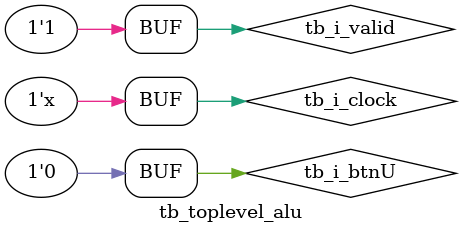
<source format=v>
`timescale 1ns/100ps

module tb_toplevel_alu();
//module tb_alu();


localparam NB_DATA_BUS  = 8;
localparam NB_DBG_LED   = 2;
localparam NB_OPCODE    = 6;

/**
    Descomentar las lineas comentadas para generar tb del modulo alu.
    Ademas, comentar la definicion del modulo tb_toplevel_alu().
**/
//reg [NB_DATA_BUS-1 : 0]       tb_i_first_operator;
//reg [NB_DATA_BUS-1 : 0]       tb_i_second_operator;
//reg [NB_OPCODE-1 : 0]         tb_i_opcode;
//reg [NB_DATA_BUS-1 : 0]       tb_o_result;


reg                             tb_i_clock;
reg                             tb_i_valid;
reg     [NB_DATA_BUS-1 : 0]     tb_i_switch;
reg                             tb_i_btnL;
reg                             tb_i_btnC;
reg                             tb_i_btnR;
reg                             tb_i_btnU;
reg     [NB_DATA_BUS-1 : 0]     tb_counter;         //contador utilizado para controlar case

wire    [NB_DATA_BUS-1 : 0]     tb_o_led;
wire    [NB_DBG_LED-1 : 0]      tb_o_led_dbg;

initial 
begin
    
    tb_i_clock  = 1'b0;
    tb_i_valid  = 1'b0;
    tb_i_switch = {NB_DATA_BUS{1'b0}};
    tb_i_btnL   = 1'b0;
    tb_i_btnC   = 1'b0;
    tb_i_btnR   = 1'b0;
    tb_i_btnU   = 1'b1;
    tb_counter  = {NB_DATA_BUS{1'b0}};
#11
    tb_i_btnU   = 1'b0;
    tb_i_valid  = 1'b1;
end

always #2 tb_i_clock = ~tb_i_clock;

always @ (posedge tb_i_clock)
begin

    tb_counter <= tb_counter + 1;
    tb_i_switch <= tb_i_switch;
    tb_i_btnL <= tb_i_btnL;
   tb_i_btnC <= tb_i_btnC;
    tb_i_btnR <= tb_i_btnR;

    case (tb_counter)

        //ADD
        10'D10:
        begin
            tb_i_switch <= 8'b10100000;
            tb_i_btnL   <= 1'b1;
        end
        10'd16:
        begin
            tb_i_switch <= 8'b00001010;
            tb_i_btnL   <= 1'b0;
            tb_i_btnC   <= 1'b1;
        end
        10'd18:
        begin
            tb_i_switch <= 8'b00100000;      //opcode
            tb_i_btnC   <= 1'b0;
            tb_i_btnR   <= 1'b1;
        end
        10'd22:
        begin
            tb_i_btnR   <= 1'b0;
        end
        
        //SUB
        10'd30:
        begin
            tb_i_switch <= 8'b01110000;
            tb_i_btnL   <= 1'b1;
        end
        10'd34:
        begin
            tb_i_switch <= 8'b00110000;
            tb_i_btnL   <= 1'b0;
            tb_i_btnC   <= 1'b1;
        end
        10'd38:
        begin
            tb_i_switch <= 8'b00100010;      //opcode
            tb_i_btnC   <= 1'b0;
            tb_i_btnR   <= 1'b1;
        end
        10'd42:
        begin
            tb_i_btnR   <= 1'b0;
        end
        
        //AND
        10'd50:
        begin
            tb_i_switch <= 8'b11001000;
            tb_i_btnL   <= 1'b1;
        end
        10'd54:
        begin
            tb_i_switch <= 8'b00110001;
            tb_i_btnL   <= 1'b0;            
            tb_i_btnC   <= 1'b1;
        end
        10'd58:
        begin
            tb_i_switch <= 8'b00100100;      //opcode
            tb_i_btnC   <= 1'b0;            
            tb_i_btnR   <= 1'b1;
        end
        10'd62:
        begin
            tb_i_btnR   <= 1'b0;  
        end
            
        //OR
        10'd70:
        begin
            tb_i_switch <= 8'b10110000;
            tb_i_btnL   <= 1'b1;
        end
        10'd74:
        begin
            tb_i_switch <= 8'b00001011;
            tb_i_btnL   <= 1'b0;            
            tb_i_btnC   <= 1'b1;
        end
        10'd78:
        begin
            tb_i_switch <= 8'b00100101;      //opcode
            tb_i_btnC   <= 1'b0;            
            tb_i_btnR   <= 1'b1;
        end
        10'd92:
        begin
            tb_i_btnR   <= 1'b0;
        end  
    
        //XOR
        10'd100:
        begin
            tb_i_switch <= 8'b10101010;
            tb_i_btnL   <= 1'b1;
        end
        10'd104:
        begin
            tb_i_switch <= 8'b01010101;
            tb_i_btnL   <= 1'b0;            
            tb_i_btnC   <= 1'b1;
        end
        10'd108:
        begin
            tb_i_switch <= 8'b00100110;      //opcode
            tb_i_btnC   <= 1'b0;          
            tb_i_btnR   <= 1'b1;
        end
        10'd112:
        begin
            tb_i_btnR   <= 1'b0;
        end
    
        //SRA
        10'd120:
        begin
            tb_i_switch <= 8'b10001011;
            tb_i_btnL   <= 1'b1;
        end
        10'd124:
        begin
            tb_i_switch <= 8'b00000010;
            tb_i_btnL   <= 1'b0;            
            tb_i_btnC   <= 1'b1;
        end
        10'd128:
        begin
            tb_i_switch <= 8'b00000011;      //opcode
            tb_i_btnC   <= 1'b0;            
            tb_i_btnR   <= 1'b1;
        end
        10'd132:
        begin
            tb_i_btnR   <= 1'b0;
        end  
    
        //SRL
        10'd140:
        begin
            tb_i_switch <= 8'b10100000;
            tb_i_btnL   <= 1'b1;
        end
        10'd144:
        begin
            tb_i_switch <= 8'b00000100;
            tb_i_btnL   <= 1'b0;            
            tb_i_btnC   <= 1'b1;
        end
        10'd148:
        begin
            tb_i_switch <= 8'b00000010;      //opcode
            tb_i_btnC   <= 1'b0;            
            tb_i_btnR   <= 1'b1;
        end
        10'd152:
        begin
            tb_i_btnR   <= 1'b0;
        end    
    
        //NOR
        10'd160:
        begin
            tb_i_switch <= 8'b10100000;
            tb_i_btnL   <= 1'b1;
        end
        10'd164:
        begin
            tb_i_switch <= 8'b00000100;
            tb_i_btnL   <= 1'b0;            
            tb_i_btnC   <= 1'b1;
        end
        10'd168:
        begin
            tb_i_switch <= 8'b00100111;      //opcode
            tb_i_btnC   <= 1'b0;            
            tb_i_btnR   <= 1'b1;
        end
        10'd172:
        begin
            tb_i_btnR   <= 1'b0;  
        end  

   
        default:
        begin
            tb_i_switch <= 8'b00000000;
            tb_i_btnL   <= 1'b0;
            tb_i_switch <= 8'b00001010;
            tb_i_btnC   <= 1'b0;
            tb_i_switch <= 8'b00000000;      //opcode
            tb_i_btnR   <= 1'b0;
        end
 
    endcase   

end



toplevel_alu#(
             .NB_DATA_BUS(NB_DATA_BUS),
             .NB_DBG_LED(NB_DBG_LED),
             .NB_OPCODE(NB_OPCODE)
             )
u_toplevel_alu
             (
             .i_clock(tb_i_clock),
             .i_switch(tb_i_switch),
             .i_btnL(tb_i_btnL),
             .i_btnC(tb_i_btnC),
             .i_btnR(tb_i_btnR),
             .i_btnU(tb_i_btnU),
             .o_led(tb_o_led),
             .o_led_dbg(tb_o_led_dbg)
             );
endmodule






</source>
